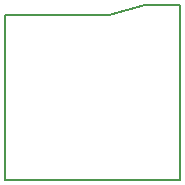
<source format=gto>
G04 #@! TF.FileFunction,Legend,Top*
%FSLAX46Y46*%
G04 Gerber Fmt 4.6, Leading zero omitted, Abs format (unit mm)*
G04 Created by KiCad (PCBNEW 4.0.6) date 07/03/17 23:12:04*
%MOMM*%
%LPD*%
G01*
G04 APERTURE LIST*
%ADD10C,0.100000*%
%ADD11C,0.127000*%
G04 APERTURE END LIST*
D10*
D11*
X3577280Y-16333960D02*
X3577280Y-2336020D01*
X3577280Y-2336020D02*
X12375840Y-2336020D01*
X12375840Y-2336020D02*
X15375580Y-1535920D01*
X15375580Y-1535920D02*
X18375320Y-1535920D01*
X18375320Y-1535920D02*
X18375320Y-16333960D01*
X18375320Y-16333960D02*
X3577280Y-16333960D01*
M02*

</source>
